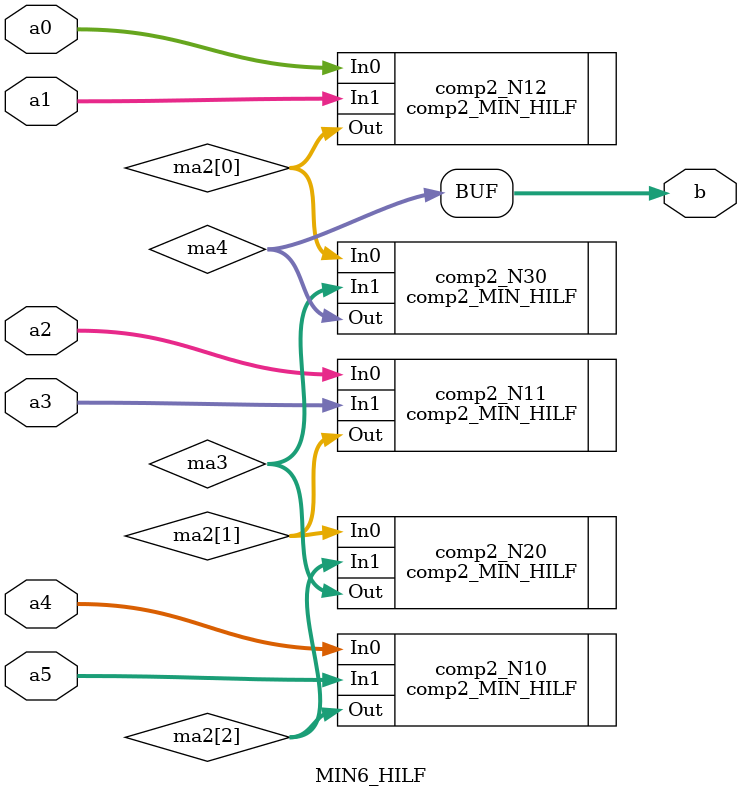
<source format=v>

module MIN6_HILF(a5,a4,a3,a2,a1,a0,
				  b);

//--------------------------------
// a5-a0 : Input unsorted Vector;
// b     : Output min operation;
//--------------------------------

input wire [3:0] a5,a4,a3,a2,a1,a0;
output wire [3:0] b;

wire [3:0] ma2 [2:0];
wire [3:0] ma3;
wire [3:0] ma4;

// Depth=1
comp2_MIN_HILF comp2_N10(.In1(a5), .In0(a4), .Out(ma2[2])); //(5,4)
comp2_MIN_HILF comp2_N11(.In1(a3), .In0(a2), .Out(ma2[1])); //(3,2)
comp2_MIN_HILF comp2_N12(.In1(a1), .In0(a0), .Out(ma2[0])); //(1,0)

// Depth=2
comp2_MIN_HILF comp2_N20(.In1(ma2[2]), .In0(ma2[1]), .Out(ma3));

// Depth=3
comp2_MIN_HILF comp2_N30(.In1(ma3), .In0(ma2[0]), .Out(ma4));

// Output
assign b=ma4;

endmodule
</source>
